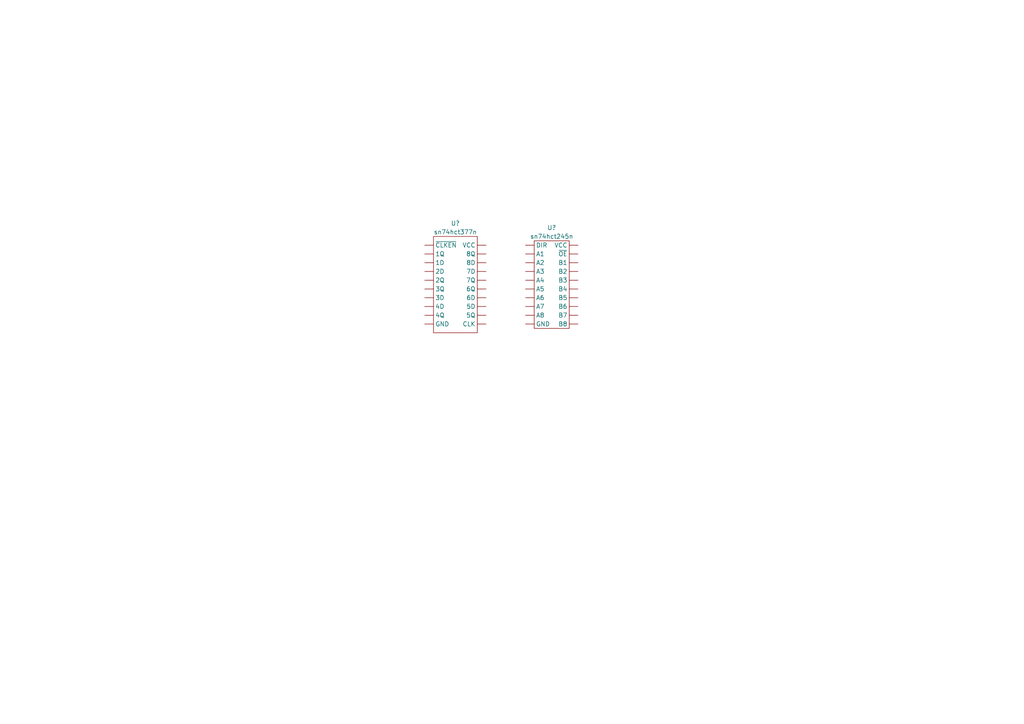
<source format=kicad_sch>
(kicad_sch (version 20211123) (generator eeschema)
  (paper "A4")
  (lib_symbols
    (symbol "sn74hct245n:sn74hct245n"
      (property "Reference" "U" (at -3.81 13.97 0))
      (property "Value" "sn74hct245n" (at 0 -13.97 0))
      (symbol "sn74hct245n_0_1"
        (rectangle (start -5.08 12.7) (end 5.08 -12.7))
      )
      (symbol "sn74hct245n_1_1"
        (pin input line (at -7.62 8.89 0) (length 2.54) (name "A1") (number ""))
        (pin input line (at -7.62 6.35 0) (length 2.54) (name "A2") (number ""))
        (pin input line (at -7.62 3.81 0) (length 2.54) (name "A3") (number ""))
        (pin input line (at -7.62 1.27 0) (length 2.54) (name "A4") (number ""))
        (pin input line (at -7.62 -1.27 0) (length 2.54) (name "A5") (number ""))
        (pin input line (at -7.62 -3.81 0) (length 2.54) (name "A6") (number ""))
        (pin input line (at -7.62 -6.35 0) (length 2.54) (name "A7") (number ""))
        (pin input line (at -7.62 -8.89 0) (length 2.54) (name "A8") (number ""))
        (pin output line (at 7.62 6.35 180) (length 2.54) (name "B1") (number ""))
        (pin output line (at 7.62 3.81 180) (length 2.54) (name "B2") (number ""))
        (pin output line (at 7.62 1.27 180) (length 2.54) (name "B3") (number ""))
        (pin output line (at 7.62 -1.27 180) (length 2.54) (name "B4") (number ""))
        (pin output line (at 7.62 -3.81 180) (length 2.54) (name "B5") (number ""))
        (pin output line (at 7.62 -6.35 180) (length 2.54) (name "B6") (number ""))
        (pin output line (at 7.62 -8.89 180) (length 2.54) (name "B7") (number ""))
        (pin output line (at 7.62 -11.43 180) (length 2.54) (name "B8") (number ""))
        (pin input line (at -7.62 11.43 0) (length 2.54) (name "DIR") (number ""))
        (pin input line (at -7.62 -11.43 0) (length 2.54) (name "GND") (number ""))
        (pin input line (at 7.62 11.43 180) (length 2.54) (name "VCC") (number ""))
        (pin input line (at 7.62 8.89 180) (length 2.54) (name "~{OE}") (number ""))
      )
    )
    (symbol "sn74hct377n:sn74hct377n"
      (property "Reference" "U" (at 0 0 0))
      (property "Value" "sn74hct377n" (at 0 2.54 0))
    )
    (symbol "sn74hct377n_1"
      (property "Reference" "U" (at -6.35 15.24 0))
      (property "Value" "sn74hct377n_1" (at 1.27 -15.24 0))
      (symbol "sn74hct377n_1_0_1"
        (rectangle (start -6.35 13.97) (end 6.35 -13.97))
      )
      (symbol "sn74hct377n_1_1_1"
        (pin input line (at -8.89 6.35 0) (length 2.54) (name "1D") (number ""))
        (pin input line (at -8.89 8.89 0) (length 2.54) (name "1Q") (number ""))
        (pin input line (at -8.89 3.81 0) (length 2.54) (name "2D") (number ""))
        (pin input line (at -8.89 1.27 0) (length 2.54) (name "2Q") (number ""))
        (pin input line (at -8.89 -3.81 0) (length 2.54) (name "3D") (number ""))
        (pin input line (at -8.89 -1.27 0) (length 2.54) (name "3Q") (number ""))
        (pin input line (at -8.89 -6.35 0) (length 2.54) (name "4D") (number ""))
        (pin input line (at -8.89 -8.89 0) (length 2.54) (name "4Q") (number ""))
        (pin input line (at 8.89 -6.35 180) (length 2.54) (name "5D") (number ""))
        (pin input line (at 8.89 -8.89 180) (length 2.54) (name "5Q") (number ""))
        (pin input line (at 8.89 -3.81 180) (length 2.54) (name "6D") (number ""))
        (pin input line (at 8.89 -1.27 180) (length 2.54) (name "6Q") (number ""))
        (pin input line (at 8.89 3.81 180) (length 2.54) (name "7D") (number ""))
        (pin input line (at 8.89 1.27 180) (length 2.54) (name "7Q") (number ""))
        (pin input line (at 8.89 6.35 180) (length 2.54) (name "8D") (number ""))
        (pin input line (at 8.89 8.89 180) (length 2.54) (name "8Q") (number ""))
        (pin input line (at 8.89 -11.43 180) (length 2.54) (name "CLK") (number ""))
        (pin input line (at -8.89 -11.43 0) (length 2.54) (name "GND") (number ""))
        (pin input line (at 8.89 11.43 180) (length 2.54) (name "VCC") (number ""))
        (pin input line (at -8.89 11.43 0) (length 2.54) (name "~{CLKEN}") (number ""))
      )
    )
  )
  (symbol (lib_id "sn74hct377n:sn74hct377n") (at 86.36 -68.58 0) (unit 1)
    (property "Reference" "U?" (at 92.71 -16.51 0) (effects (justify left)))
    (property "Value" "sn74hct377n" (at 92.71 -13.97 0) (effects (justify left)))
  )
  (symbol (lib_id "sn74hct245n:sn74hct245n") (at 160.02 82.55 0) (unit 1)
    (property "Reference" "U?" (at 160.02 66.04 0))
    (property "Value" "sn74hct245n" (at 160.02 68.58 0))
  )
  (symbol (lib_name "sn74hct377n_1") (lib_id "sn74hct377n:sn74hct377n") (at 132.08 82.55 0) (unit 1)
    (property "Reference" "U?" (at 132.08 64.77 0))
    (property "Value" "sn74hct377n" (at 132.08 67.31 0))
  )
)
</source>
